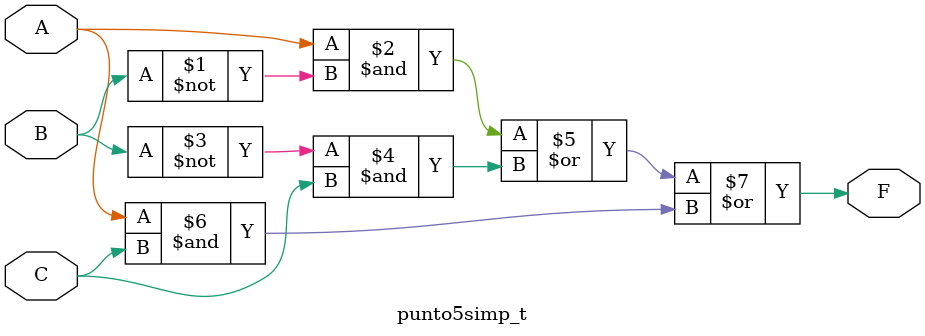
<source format=v>
module punto5simp_t(
//entradas y salidas
//modo tipo ancho nombre
 input A,B,C,
 output F
);
assign F=(A & ~B)|(~B & C)|(A & C);
endmodule
</source>
